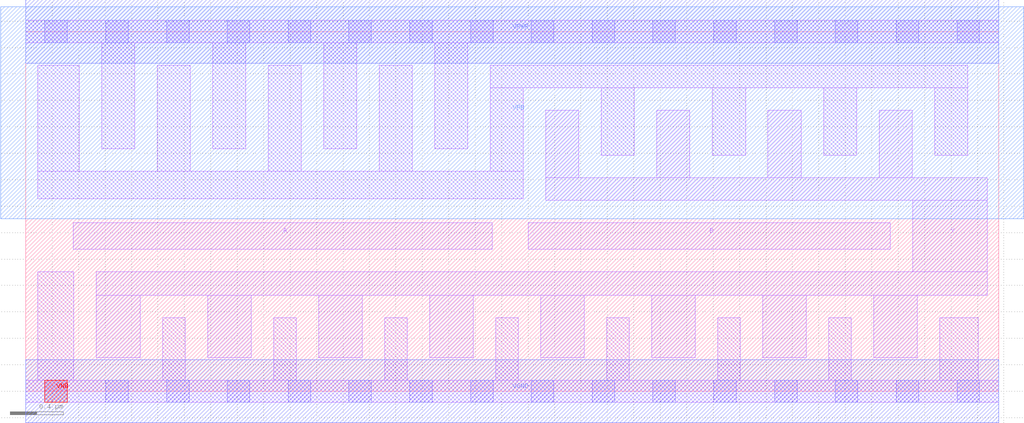
<source format=lef>
# Copyright 2020 The SkyWater PDK Authors
#
# Licensed under the Apache License, Version 2.0 (the "License");
# you may not use this file except in compliance with the License.
# You may obtain a copy of the License at
#
#     https://www.apache.org/licenses/LICENSE-2.0
#
# Unless required by applicable law or agreed to in writing, software
# distributed under the License is distributed on an "AS IS" BASIS,
# WITHOUT WARRANTIES OR CONDITIONS OF ANY KIND, either express or implied.
# See the License for the specific language governing permissions and
# limitations under the License.
#
# SPDX-License-Identifier: Apache-2.0

VERSION 5.7 ;
  NOWIREEXTENSIONATPIN ON ;
  DIVIDERCHAR "/" ;
  BUSBITCHARS "[]" ;
MACRO sky130_fd_sc_hd__nor2_8
  CLASS CORE ;
  FOREIGN sky130_fd_sc_hd__nor2_8 ;
  ORIGIN  0.000000  0.000000 ;
  SIZE  7.360000 BY  2.720000 ;
  SYMMETRY X Y R90 ;
  SITE unithd ;
  PIN A
    ANTENNAGATEAREA  1.980000 ;
    DIRECTION INPUT ;
    USE SIGNAL ;
    PORT
      LAYER li1 ;
        RECT 0.360000 1.075000 3.530000 1.275000 ;
    END
  END A
  PIN B
    ANTENNAGATEAREA  1.980000 ;
    DIRECTION INPUT ;
    USE SIGNAL ;
    PORT
      LAYER li1 ;
        RECT 3.800000 1.075000 6.540000 1.275000 ;
    END
  END B
  PIN Y
    ANTENNADIFFAREA  2.484000 ;
    DIRECTION OUTPUT ;
    USE SIGNAL ;
    PORT
      LAYER li1 ;
        RECT 0.535000 0.255000 0.865000 0.725000 ;
        RECT 0.535000 0.725000 7.275000 0.905000 ;
        RECT 1.375000 0.255000 1.705000 0.725000 ;
        RECT 2.215000 0.255000 2.545000 0.725000 ;
        RECT 3.055000 0.255000 3.385000 0.725000 ;
        RECT 3.895000 0.255000 4.225000 0.725000 ;
        RECT 3.935000 1.445000 7.275000 1.615000 ;
        RECT 3.935000 1.615000 4.185000 2.125000 ;
        RECT 4.735000 0.255000 5.065000 0.725000 ;
        RECT 4.775000 1.615000 5.025000 2.125000 ;
        RECT 5.575000 0.255000 5.905000 0.725000 ;
        RECT 5.615000 1.615000 5.865000 2.125000 ;
        RECT 6.415000 0.255000 6.745000 0.725000 ;
        RECT 6.455000 1.615000 6.705000 2.125000 ;
        RECT 6.710000 0.905000 7.275000 1.445000 ;
    END
  END Y
  PIN VGND
    DIRECTION INOUT ;
    SHAPE ABUTMENT ;
    USE GROUND ;
    PORT
      LAYER met1 ;
        RECT 0.000000 -0.240000 7.360000 0.240000 ;
    END
  END VGND
  PIN VNB
    DIRECTION INOUT ;
    USE GROUND ;
    PORT
      LAYER pwell ;
        RECT 0.145000 -0.085000 0.315000 0.085000 ;
    END
  END VNB
  PIN VPB
    DIRECTION INOUT ;
    USE POWER ;
    PORT
      LAYER nwell ;
        RECT -0.190000 1.305000 7.550000 2.910000 ;
    END
  END VPB
  PIN VPWR
    DIRECTION INOUT ;
    SHAPE ABUTMENT ;
    USE POWER ;
    PORT
      LAYER met1 ;
        RECT 0.000000 2.480000 7.360000 2.960000 ;
    END
  END VPWR
  OBS
    LAYER li1 ;
      RECT 0.000000 -0.085000 7.360000 0.085000 ;
      RECT 0.000000  2.635000 7.360000 2.805000 ;
      RECT 0.090000  0.085000 0.365000 0.905000 ;
      RECT 0.090000  1.455000 3.765000 1.665000 ;
      RECT 0.090000  1.665000 0.405000 2.465000 ;
      RECT 0.575000  1.835000 0.825000 2.635000 ;
      RECT 0.995000  1.665000 1.245000 2.465000 ;
      RECT 1.035000  0.085000 1.205000 0.555000 ;
      RECT 1.415000  1.835000 1.665000 2.635000 ;
      RECT 1.835000  1.665000 2.085000 2.465000 ;
      RECT 1.875000  0.085000 2.045000 0.555000 ;
      RECT 2.255000  1.835000 2.505000 2.635000 ;
      RECT 2.675000  1.665000 2.925000 2.465000 ;
      RECT 2.715000  0.085000 2.885000 0.555000 ;
      RECT 3.095000  1.835000 3.345000 2.635000 ;
      RECT 3.515000  1.665000 3.765000 2.295000 ;
      RECT 3.515000  2.295000 7.125000 2.465000 ;
      RECT 3.555000  0.085000 3.725000 0.555000 ;
      RECT 4.355000  1.785000 4.605000 2.295000 ;
      RECT 4.395000  0.085000 4.565000 0.555000 ;
      RECT 5.195000  1.785000 5.445000 2.295000 ;
      RECT 5.235000  0.085000 5.405000 0.555000 ;
      RECT 6.035000  1.785000 6.285000 2.295000 ;
      RECT 6.075000  0.085000 6.245000 0.555000 ;
      RECT 6.875000  1.785000 7.125000 2.295000 ;
      RECT 6.915000  0.085000 7.205000 0.555000 ;
    LAYER mcon ;
      RECT 0.145000 -0.085000 0.315000 0.085000 ;
      RECT 0.145000  2.635000 0.315000 2.805000 ;
      RECT 0.605000 -0.085000 0.775000 0.085000 ;
      RECT 0.605000  2.635000 0.775000 2.805000 ;
      RECT 1.065000 -0.085000 1.235000 0.085000 ;
      RECT 1.065000  2.635000 1.235000 2.805000 ;
      RECT 1.525000 -0.085000 1.695000 0.085000 ;
      RECT 1.525000  2.635000 1.695000 2.805000 ;
      RECT 1.985000 -0.085000 2.155000 0.085000 ;
      RECT 1.985000  2.635000 2.155000 2.805000 ;
      RECT 2.445000 -0.085000 2.615000 0.085000 ;
      RECT 2.445000  2.635000 2.615000 2.805000 ;
      RECT 2.905000 -0.085000 3.075000 0.085000 ;
      RECT 2.905000  2.635000 3.075000 2.805000 ;
      RECT 3.365000 -0.085000 3.535000 0.085000 ;
      RECT 3.365000  2.635000 3.535000 2.805000 ;
      RECT 3.825000 -0.085000 3.995000 0.085000 ;
      RECT 3.825000  2.635000 3.995000 2.805000 ;
      RECT 4.285000 -0.085000 4.455000 0.085000 ;
      RECT 4.285000  2.635000 4.455000 2.805000 ;
      RECT 4.745000 -0.085000 4.915000 0.085000 ;
      RECT 4.745000  2.635000 4.915000 2.805000 ;
      RECT 5.205000 -0.085000 5.375000 0.085000 ;
      RECT 5.205000  2.635000 5.375000 2.805000 ;
      RECT 5.665000 -0.085000 5.835000 0.085000 ;
      RECT 5.665000  2.635000 5.835000 2.805000 ;
      RECT 6.125000 -0.085000 6.295000 0.085000 ;
      RECT 6.125000  2.635000 6.295000 2.805000 ;
      RECT 6.585000 -0.085000 6.755000 0.085000 ;
      RECT 6.585000  2.635000 6.755000 2.805000 ;
      RECT 7.045000 -0.085000 7.215000 0.085000 ;
      RECT 7.045000  2.635000 7.215000 2.805000 ;
  END
END sky130_fd_sc_hd__nor2_8
END LIBRARY

</source>
